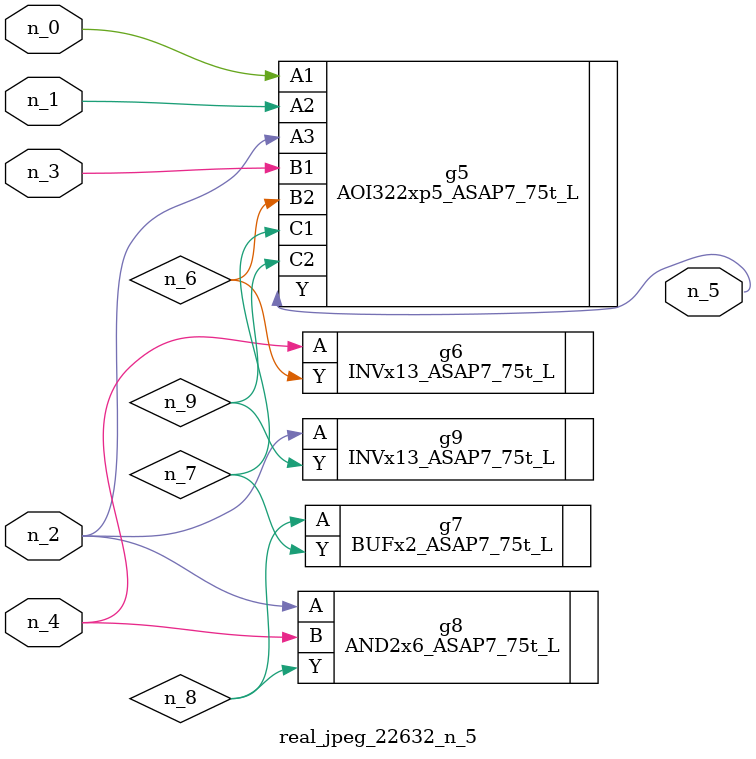
<source format=v>
module real_jpeg_22632_n_5 (n_4, n_0, n_1, n_2, n_3, n_5);

input n_4;
input n_0;
input n_1;
input n_2;
input n_3;

output n_5;

wire n_8;
wire n_6;
wire n_7;
wire n_9;

AOI322xp5_ASAP7_75t_L g5 ( 
.A1(n_0),
.A2(n_1),
.A3(n_2),
.B1(n_3),
.B2(n_6),
.C1(n_7),
.C2(n_9),
.Y(n_5)
);

AND2x6_ASAP7_75t_L g8 ( 
.A(n_2),
.B(n_4),
.Y(n_8)
);

INVx13_ASAP7_75t_L g9 ( 
.A(n_2),
.Y(n_9)
);

INVx13_ASAP7_75t_L g6 ( 
.A(n_4),
.Y(n_6)
);

BUFx2_ASAP7_75t_L g7 ( 
.A(n_8),
.Y(n_7)
);


endmodule
</source>
